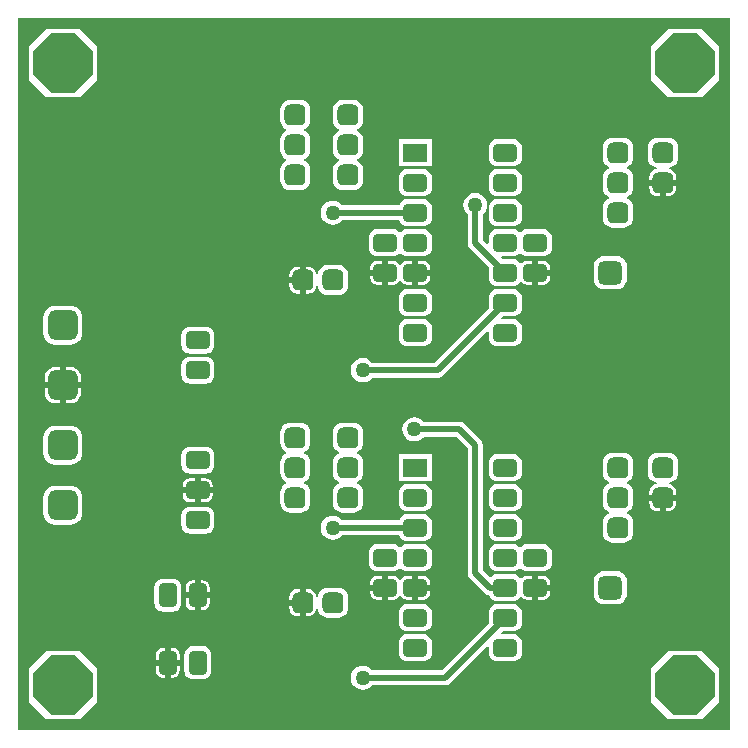
<source format=gtl>
G04 Layer_Physical_Order=1*
G04 Layer_Color=255*
%FSLAX25Y25*%
%MOIN*%
G70*
G01*
G75*
%ADD10C,0.02000*%
G04:AMPARAMS|DCode=11|XSize=70mil|YSize=70mil|CornerRadius=17.5mil|HoleSize=0mil|Usage=FLASHONLY|Rotation=90.000|XOffset=0mil|YOffset=0mil|HoleType=Round|Shape=RoundedRectangle|*
%AMROUNDEDRECTD11*
21,1,0.07000,0.03500,0,0,90.0*
21,1,0.03500,0.07000,0,0,90.0*
1,1,0.03500,0.01750,0.01750*
1,1,0.03500,0.01750,-0.01750*
1,1,0.03500,-0.01750,-0.01750*
1,1,0.03500,-0.01750,0.01750*
%
%ADD11ROUNDEDRECTD11*%
G04:AMPARAMS|DCode=12|XSize=100mil|YSize=100mil|CornerRadius=25mil|HoleSize=0mil|Usage=FLASHONLY|Rotation=90.000|XOffset=0mil|YOffset=0mil|HoleType=Round|Shape=RoundedRectangle|*
%AMROUNDEDRECTD12*
21,1,0.10000,0.05000,0,0,90.0*
21,1,0.05000,0.10000,0,0,90.0*
1,1,0.05000,0.02500,0.02500*
1,1,0.05000,0.02500,-0.02500*
1,1,0.05000,-0.02500,-0.02500*
1,1,0.05000,-0.02500,0.02500*
%
%ADD12ROUNDEDRECTD12*%
G04:AMPARAMS|DCode=13|XSize=60mil|YSize=80mil|CornerRadius=15mil|HoleSize=0mil|Usage=FLASHONLY|Rotation=270.000|XOffset=0mil|YOffset=0mil|HoleType=Round|Shape=RoundedRectangle|*
%AMROUNDEDRECTD13*
21,1,0.06000,0.05000,0,0,270.0*
21,1,0.03000,0.08000,0,0,270.0*
1,1,0.03000,-0.02500,-0.01500*
1,1,0.03000,-0.02500,0.01500*
1,1,0.03000,0.02500,0.01500*
1,1,0.03000,0.02500,-0.01500*
%
%ADD13ROUNDEDRECTD13*%
G04:AMPARAMS|DCode=14|XSize=70mil|YSize=70mil|CornerRadius=17.5mil|HoleSize=0mil|Usage=FLASHONLY|Rotation=180.000|XOffset=0mil|YOffset=0mil|HoleType=Round|Shape=RoundedRectangle|*
%AMROUNDEDRECTD14*
21,1,0.07000,0.03500,0,0,180.0*
21,1,0.03500,0.07000,0,0,180.0*
1,1,0.03500,-0.01750,0.01750*
1,1,0.03500,0.01750,0.01750*
1,1,0.03500,0.01750,-0.01750*
1,1,0.03500,-0.01750,-0.01750*
%
%ADD14ROUNDEDRECTD14*%
G04:AMPARAMS|DCode=15|XSize=60mil|YSize=80mil|CornerRadius=15mil|HoleSize=0mil|Usage=FLASHONLY|Rotation=180.000|XOffset=0mil|YOffset=0mil|HoleType=Round|Shape=RoundedRectangle|*
%AMROUNDEDRECTD15*
21,1,0.06000,0.05000,0,0,180.0*
21,1,0.03000,0.08000,0,0,180.0*
1,1,0.03000,-0.01500,0.02500*
1,1,0.03000,0.01500,0.02500*
1,1,0.03000,0.01500,-0.02500*
1,1,0.03000,-0.01500,-0.02500*
%
%ADD15ROUNDEDRECTD15*%
G04:AMPARAMS|DCode=16|XSize=80mil|YSize=80mil|CornerRadius=20mil|HoleSize=0mil|Usage=FLASHONLY|Rotation=0.000|XOffset=0mil|YOffset=0mil|HoleType=Round|Shape=RoundedRectangle|*
%AMROUNDEDRECTD16*
21,1,0.08000,0.04000,0,0,0.0*
21,1,0.04000,0.08000,0,0,0.0*
1,1,0.04000,0.02000,-0.02000*
1,1,0.04000,-0.02000,-0.02000*
1,1,0.04000,-0.02000,0.02000*
1,1,0.04000,0.02000,0.02000*
%
%ADD16ROUNDEDRECTD16*%
%ADD17P,0.21307X8X22.5*%
%ADD18R,0.08000X0.06000*%
G04:AMPARAMS|DCode=19|XSize=80mil|YSize=60mil|CornerRadius=15mil|HoleSize=0mil|Usage=FLASHONLY|Rotation=0.000|XOffset=0mil|YOffset=0mil|HoleType=Round|Shape=RoundedRectangle|*
%AMROUNDEDRECTD19*
21,1,0.08000,0.03000,0,0,0.0*
21,1,0.05000,0.06000,0,0,0.0*
1,1,0.03000,0.02500,-0.01500*
1,1,0.03000,-0.02500,-0.01500*
1,1,0.03000,-0.02500,0.01500*
1,1,0.03000,0.02500,0.01500*
%
%ADD19ROUNDEDRECTD19*%
%ADD20C,0.05000*%
G36*
X237500Y0D02*
X0D01*
Y237500D01*
X237500D01*
Y0D01*
D02*
G37*
%LPC*%
G36*
X125000Y62026D02*
X120000D01*
X119217Y61923D01*
X118487Y61621D01*
X117860Y61140D01*
X117379Y60513D01*
X117077Y59784D01*
X116974Y59000D01*
Y56000D01*
X117077Y55217D01*
X117379Y54487D01*
X117860Y53861D01*
X118487Y53380D01*
X119217Y53078D01*
X120000Y52974D01*
X125000D01*
X125783Y53078D01*
X126513Y53380D01*
X127140Y53861D01*
X127250Y54004D01*
X127750D01*
X127860Y53860D01*
X128487Y53379D01*
X129217Y53077D01*
X130000Y52974D01*
X135000D01*
X135783Y53077D01*
X136513Y53379D01*
X137140Y53860D01*
X137620Y54487D01*
X137923Y55217D01*
X138026Y56000D01*
Y59000D01*
X137923Y59783D01*
X137620Y60513D01*
X137140Y61140D01*
X136513Y61620D01*
X135783Y61923D01*
X135000Y62026D01*
X130000D01*
X129217Y61923D01*
X128487Y61620D01*
X127860Y61140D01*
X127750Y60996D01*
X127250D01*
X127140Y61140D01*
X126513Y61621D01*
X125783Y61923D01*
X125000Y62026D01*
D02*
G37*
G36*
X131500Y51549D02*
X130000D01*
X129025Y51355D01*
X128198Y50802D01*
X127784Y50184D01*
X127216D01*
X126802Y50802D01*
X125976Y51355D01*
X125000Y51549D01*
X123500D01*
Y47500D01*
Y43451D01*
X125000D01*
X125976Y43645D01*
X126802Y44198D01*
X127216Y44816D01*
X127784D01*
X128198Y44198D01*
X129025Y43645D01*
X130000Y43451D01*
X131500D01*
Y47500D01*
Y51549D01*
D02*
G37*
G36*
X175000Y62026D02*
X170000D01*
X169217Y61923D01*
X168487Y61621D01*
X167860Y61140D01*
X167750Y60996D01*
X167250D01*
X167140Y61140D01*
X166513Y61620D01*
X165783Y61923D01*
X165000Y62026D01*
X160000D01*
X159217Y61923D01*
X158487Y61620D01*
X157860Y61140D01*
X157379Y60513D01*
X157077Y59783D01*
X156974Y59000D01*
Y56000D01*
X157077Y55217D01*
X157379Y54487D01*
X157860Y53860D01*
X158487Y53379D01*
X159217Y53077D01*
X160000Y52974D01*
X165000D01*
X165783Y53077D01*
X166513Y53379D01*
X167140Y53860D01*
X167250Y54004D01*
X167750D01*
X167860Y53861D01*
X168487Y53380D01*
X169217Y53078D01*
X170000Y52974D01*
X175000D01*
X175783Y53078D01*
X176513Y53380D01*
X177140Y53861D01*
X177620Y54487D01*
X177923Y55217D01*
X178026Y56000D01*
Y59000D01*
X177923Y59784D01*
X177620Y60513D01*
X177140Y61140D01*
X176513Y61621D01*
X175783Y61923D01*
X175000Y62026D01*
D02*
G37*
G36*
X165000Y72026D02*
X160000D01*
X159217Y71923D01*
X158487Y71621D01*
X157860Y71140D01*
X157379Y70513D01*
X157077Y69783D01*
X156974Y69000D01*
Y66000D01*
X157077Y65217D01*
X157379Y64487D01*
X157860Y63860D01*
X158487Y63380D01*
X159217Y63077D01*
X160000Y62974D01*
X165000D01*
X165783Y63077D01*
X166513Y63380D01*
X167140Y63860D01*
X167621Y64487D01*
X167923Y65217D01*
X168026Y66000D01*
Y69000D01*
X167923Y69783D01*
X167621Y70513D01*
X167140Y71140D01*
X166513Y71621D01*
X165783Y71923D01*
X165000Y72026D01*
D02*
G37*
G36*
X201750Y92528D02*
X198250D01*
X197402Y92416D01*
X196611Y92089D01*
X195932Y91568D01*
X195411Y90889D01*
X195084Y90098D01*
X194972Y89250D01*
Y85750D01*
X195084Y84902D01*
X195411Y84111D01*
X195932Y83432D01*
X196611Y82911D01*
X196950Y82771D01*
Y82229D01*
X196611Y82089D01*
X195932Y81568D01*
X195411Y80889D01*
X195084Y80098D01*
X194972Y79250D01*
Y75750D01*
X195084Y74902D01*
X195411Y74111D01*
X195932Y73432D01*
X196611Y72911D01*
X196950Y72771D01*
Y72229D01*
X196611Y72089D01*
X195932Y71568D01*
X195411Y70889D01*
X195084Y70098D01*
X194972Y69250D01*
Y65750D01*
X195084Y64902D01*
X195411Y64111D01*
X195932Y63432D01*
X196611Y62911D01*
X197402Y62584D01*
X198250Y62472D01*
X201750D01*
X202598Y62584D01*
X203389Y62911D01*
X204068Y63432D01*
X204589Y64111D01*
X204916Y64902D01*
X205028Y65750D01*
Y69250D01*
X204916Y70098D01*
X204589Y70889D01*
X204068Y71568D01*
X203389Y72089D01*
X203050Y72229D01*
Y72771D01*
X203389Y72911D01*
X204068Y73432D01*
X204589Y74111D01*
X204916Y74902D01*
X205028Y75750D01*
Y79250D01*
X204916Y80098D01*
X204589Y80889D01*
X204068Y81568D01*
X203389Y82089D01*
X203050Y82229D01*
Y82771D01*
X203389Y82911D01*
X204068Y83432D01*
X204589Y84111D01*
X204916Y84902D01*
X205028Y85750D01*
Y89250D01*
X204916Y90098D01*
X204589Y90889D01*
X204068Y91568D01*
X203389Y92089D01*
X202598Y92416D01*
X201750Y92528D01*
D02*
G37*
G36*
X61500Y50049D02*
X61000D01*
Y46000D01*
X64049D01*
Y47500D01*
X63855Y48476D01*
X63302Y49302D01*
X62476Y49855D01*
X61500Y50049D01*
D02*
G37*
G36*
X59000D02*
X58500D01*
X57525Y49855D01*
X56698Y49302D01*
X56145Y48476D01*
X55951Y47500D01*
Y46000D01*
X59000D01*
Y50049D01*
D02*
G37*
G36*
X121500Y51549D02*
X120000D01*
X119025Y51355D01*
X118198Y50802D01*
X117645Y49975D01*
X117451Y49000D01*
Y48500D01*
X121500D01*
Y51549D01*
D02*
G37*
G36*
X175000D02*
X173500D01*
Y48500D01*
X177549D01*
Y49000D01*
X177355Y49975D01*
X176802Y50802D01*
X175976Y51355D01*
X175000Y51549D01*
D02*
G37*
G36*
X135000D02*
X133500D01*
Y48500D01*
X137549D01*
Y49000D01*
X137355Y49975D01*
X136802Y50802D01*
X135976Y51355D01*
X135000Y51549D01*
D02*
G37*
G36*
X62500Y74526D02*
X57500D01*
X56717Y74423D01*
X55987Y74120D01*
X55360Y73640D01*
X54879Y73013D01*
X54577Y72283D01*
X54474Y71500D01*
Y68500D01*
X54577Y67717D01*
X54879Y66987D01*
X55360Y66360D01*
X55987Y65879D01*
X56717Y65577D01*
X57500Y65474D01*
X62500D01*
X63283Y65577D01*
X64013Y65879D01*
X64640Y66360D01*
X65121Y66987D01*
X65423Y67717D01*
X65526Y68500D01*
Y71500D01*
X65423Y72283D01*
X65121Y73013D01*
X64640Y73640D01*
X64013Y74120D01*
X63283Y74423D01*
X62500Y74526D01*
D02*
G37*
G36*
X214000Y76500D02*
X210476D01*
Y75750D01*
X210571Y75032D01*
X210848Y74363D01*
X211289Y73789D01*
X211863Y73348D01*
X212532Y73071D01*
X213250Y72976D01*
X214000D01*
Y76500D01*
D02*
G37*
G36*
X165000Y82026D02*
X160000D01*
X159217Y81923D01*
X158487Y81621D01*
X157860Y81140D01*
X157379Y80513D01*
X157077Y79783D01*
X156974Y79000D01*
Y76000D01*
X157077Y75217D01*
X157379Y74487D01*
X157860Y73860D01*
X158487Y73379D01*
X159217Y73077D01*
X160000Y72974D01*
X165000D01*
X165783Y73077D01*
X166513Y73379D01*
X167140Y73860D01*
X167621Y74487D01*
X167923Y75217D01*
X168026Y76000D01*
Y79000D01*
X167923Y79783D01*
X167621Y80513D01*
X167140Y81140D01*
X166513Y81621D01*
X165783Y81923D01*
X165000Y82026D01*
D02*
G37*
G36*
X219524Y76500D02*
X216000D01*
Y72976D01*
X216750D01*
X217468Y73071D01*
X218137Y73348D01*
X218711Y73789D01*
X219152Y74363D01*
X219429Y75032D01*
X219524Y75750D01*
Y76500D01*
D02*
G37*
G36*
X65049Y79000D02*
X61000D01*
Y75951D01*
X62500D01*
X63476Y76145D01*
X64302Y76698D01*
X64855Y77525D01*
X65049Y78500D01*
Y79000D01*
D02*
G37*
G36*
X59000D02*
X54951D01*
Y78500D01*
X55145Y77525D01*
X55698Y76698D01*
X56524Y76145D01*
X57500Y75951D01*
X59000D01*
Y79000D01*
D02*
G37*
G36*
X135000Y72026D02*
X130000D01*
X129217Y71923D01*
X128487Y71621D01*
X127860Y71140D01*
X127380Y70513D01*
X127187Y70049D01*
X108086D01*
X107853Y70353D01*
X107017Y70994D01*
X106044Y71397D01*
X105000Y71535D01*
X103956Y71397D01*
X102983Y70994D01*
X102147Y70353D01*
X101506Y69517D01*
X101103Y68544D01*
X100965Y67500D01*
X101103Y66456D01*
X101506Y65483D01*
X102147Y64647D01*
X102983Y64006D01*
X103956Y63603D01*
X105000Y63465D01*
X106044Y63603D01*
X107017Y64006D01*
X107853Y64647D01*
X108086Y64951D01*
X127187D01*
X127380Y64487D01*
X127860Y63860D01*
X128487Y63380D01*
X129217Y63077D01*
X130000Y62974D01*
X135000D01*
X135783Y63077D01*
X136513Y63380D01*
X137140Y63860D01*
X137620Y64487D01*
X137923Y65217D01*
X138026Y66000D01*
Y69000D01*
X137923Y69783D01*
X137620Y70513D01*
X137140Y71140D01*
X136513Y71621D01*
X135783Y71923D01*
X135000Y72026D01*
D02*
G37*
G36*
X17500Y81534D02*
X12500D01*
X11456Y81397D01*
X10483Y80994D01*
X9647Y80353D01*
X9006Y79517D01*
X8603Y78544D01*
X8466Y77500D01*
Y72500D01*
X8603Y71456D01*
X9006Y70483D01*
X9647Y69647D01*
X10483Y69006D01*
X11456Y68603D01*
X12500Y68466D01*
X17500D01*
X18544Y68603D01*
X19517Y69006D01*
X20353Y69647D01*
X20994Y70483D01*
X21397Y71456D01*
X21534Y72500D01*
Y77500D01*
X21397Y78544D01*
X20994Y79517D01*
X20353Y80353D01*
X19517Y80994D01*
X18544Y81397D01*
X17500Y81534D01*
D02*
G37*
G36*
X94250Y102528D02*
X90750D01*
X89902Y102416D01*
X89111Y102089D01*
X88432Y101568D01*
X87911Y100889D01*
X87584Y100098D01*
X87472Y99250D01*
Y95750D01*
X87584Y94902D01*
X87911Y94111D01*
X88432Y93432D01*
X89111Y92911D01*
X89450Y92771D01*
Y92229D01*
X89111Y92089D01*
X88432Y91568D01*
X87911Y90889D01*
X87584Y90098D01*
X87472Y89250D01*
Y85750D01*
X87584Y84902D01*
X87911Y84111D01*
X88432Y83432D01*
X89111Y82911D01*
X89450Y82771D01*
Y82229D01*
X89111Y82089D01*
X88432Y81568D01*
X87911Y80889D01*
X87584Y80098D01*
X87472Y79250D01*
Y75750D01*
X87584Y74902D01*
X87911Y74111D01*
X88432Y73432D01*
X89111Y72911D01*
X89902Y72584D01*
X90750Y72472D01*
X94250D01*
X95098Y72584D01*
X95889Y72911D01*
X96568Y73432D01*
X97089Y74111D01*
X97416Y74902D01*
X97528Y75750D01*
Y79250D01*
X97416Y80098D01*
X97089Y80889D01*
X96568Y81568D01*
X95889Y82089D01*
X95550Y82229D01*
Y82771D01*
X95889Y82911D01*
X96568Y83432D01*
X97089Y84111D01*
X97416Y84902D01*
X97528Y85750D01*
Y89250D01*
X97416Y90098D01*
X97089Y90889D01*
X96568Y91568D01*
X95889Y92089D01*
X95550Y92229D01*
Y92771D01*
X95889Y92911D01*
X96568Y93432D01*
X97089Y94111D01*
X97416Y94902D01*
X97528Y95750D01*
Y99250D01*
X97416Y100098D01*
X97089Y100889D01*
X96568Y101568D01*
X95889Y102089D01*
X95098Y102416D01*
X94250Y102528D01*
D02*
G37*
G36*
X135000Y82026D02*
X130000D01*
X129217Y81923D01*
X128487Y81621D01*
X127860Y81140D01*
X127380Y80513D01*
X127077Y79783D01*
X126974Y79000D01*
Y76000D01*
X127077Y75217D01*
X127380Y74487D01*
X127860Y73860D01*
X128487Y73379D01*
X129217Y73077D01*
X130000Y72974D01*
X135000D01*
X135783Y73077D01*
X136513Y73379D01*
X137140Y73860D01*
X137620Y74487D01*
X137923Y75217D01*
X138026Y76000D01*
Y79000D01*
X137923Y79783D01*
X137620Y80513D01*
X137140Y81140D01*
X136513Y81621D01*
X135783Y81923D01*
X135000Y82026D01*
D02*
G37*
G36*
X111750Y102528D02*
X108250D01*
X107402Y102416D01*
X106611Y102089D01*
X105932Y101568D01*
X105411Y100889D01*
X105084Y100098D01*
X104972Y99250D01*
Y95750D01*
X105084Y94902D01*
X105411Y94111D01*
X105932Y93432D01*
X106611Y92911D01*
X106950Y92771D01*
Y92229D01*
X106611Y92089D01*
X105932Y91568D01*
X105411Y90889D01*
X105084Y90098D01*
X104972Y89250D01*
Y85750D01*
X105084Y84902D01*
X105411Y84111D01*
X105932Y83432D01*
X106611Y82911D01*
X106950Y82771D01*
Y82229D01*
X106611Y82089D01*
X105932Y81568D01*
X105411Y80889D01*
X105084Y80098D01*
X104972Y79250D01*
Y75750D01*
X105084Y74902D01*
X105411Y74111D01*
X105932Y73432D01*
X106611Y72911D01*
X107402Y72584D01*
X108250Y72472D01*
X111750D01*
X112598Y72584D01*
X113389Y72911D01*
X114068Y73432D01*
X114589Y74111D01*
X114916Y74902D01*
X115028Y75750D01*
Y79250D01*
X114916Y80098D01*
X114589Y80889D01*
X114068Y81568D01*
X113389Y82089D01*
X113050Y82229D01*
Y82771D01*
X113389Y82911D01*
X114068Y83432D01*
X114589Y84111D01*
X114916Y84902D01*
X115028Y85750D01*
Y89250D01*
X114916Y90098D01*
X114589Y90889D01*
X114068Y91568D01*
X113389Y92089D01*
X113050Y92229D01*
Y92771D01*
X113389Y92911D01*
X114068Y93432D01*
X114589Y94111D01*
X114916Y94902D01*
X115028Y95750D01*
Y99250D01*
X114916Y100098D01*
X114589Y100889D01*
X114068Y101568D01*
X113389Y102089D01*
X112598Y102416D01*
X111750Y102528D01*
D02*
G37*
G36*
X165000Y42026D02*
X160000D01*
X159217Y41923D01*
X158487Y41620D01*
X157860Y41140D01*
X157379Y40513D01*
X157077Y39783D01*
X156974Y39000D01*
Y36000D01*
X157023Y35628D01*
X141444Y20049D01*
X118086D01*
X117853Y20353D01*
X117017Y20994D01*
X116044Y21397D01*
X115000Y21534D01*
X113956Y21397D01*
X112983Y20994D01*
X112147Y20353D01*
X111506Y19517D01*
X111103Y18544D01*
X110966Y17500D01*
X111103Y16456D01*
X111506Y15483D01*
X112147Y14647D01*
X112983Y14006D01*
X113956Y13603D01*
X115000Y13465D01*
X116044Y13603D01*
X117017Y14006D01*
X117853Y14647D01*
X118086Y14951D01*
X142500D01*
X143475Y15145D01*
X144302Y15698D01*
X156512Y27907D01*
X156974Y27716D01*
Y26000D01*
X157077Y25217D01*
X157379Y24487D01*
X157860Y23860D01*
X158487Y23380D01*
X159217Y23077D01*
X160000Y22974D01*
X165000D01*
X165783Y23077D01*
X166513Y23380D01*
X167140Y23860D01*
X167621Y24487D01*
X167923Y25217D01*
X168026Y26000D01*
Y29000D01*
X167923Y29783D01*
X167621Y30513D01*
X167140Y31140D01*
X166513Y31620D01*
X165783Y31923D01*
X165000Y32026D01*
X161284D01*
X161093Y32488D01*
X161579Y32974D01*
X165000D01*
X165783Y33077D01*
X166513Y33380D01*
X167140Y33860D01*
X167621Y34487D01*
X167923Y35217D01*
X168026Y36000D01*
Y39000D01*
X167923Y39783D01*
X167621Y40513D01*
X167140Y41140D01*
X166513Y41620D01*
X165783Y41923D01*
X165000Y42026D01*
D02*
G37*
G36*
X135000Y32026D02*
X130000D01*
X129217Y31923D01*
X128487Y31620D01*
X127860Y31140D01*
X127380Y30513D01*
X127077Y29783D01*
X126974Y29000D01*
Y26000D01*
X127077Y25217D01*
X127380Y24487D01*
X127860Y23860D01*
X128487Y23380D01*
X129217Y23077D01*
X130000Y22974D01*
X135000D01*
X135783Y23077D01*
X136513Y23380D01*
X137140Y23860D01*
X137620Y24487D01*
X137923Y25217D01*
X138026Y26000D01*
Y29000D01*
X137923Y29783D01*
X137620Y30513D01*
X137140Y31140D01*
X136513Y31620D01*
X135783Y31923D01*
X135000Y32026D01*
D02*
G37*
G36*
X49000Y27549D02*
X48500D01*
X47524Y27355D01*
X46698Y26802D01*
X46145Y25975D01*
X45951Y25000D01*
Y23500D01*
X49000D01*
Y27549D01*
D02*
G37*
G36*
X135000Y42026D02*
X130000D01*
X129217Y41923D01*
X128487Y41620D01*
X127860Y41140D01*
X127380Y40513D01*
X127077Y39783D01*
X126974Y39000D01*
Y36000D01*
X127077Y35217D01*
X127380Y34487D01*
X127860Y33860D01*
X128487Y33380D01*
X129217Y33077D01*
X130000Y32974D01*
X135000D01*
X135783Y33077D01*
X136513Y33380D01*
X137140Y33860D01*
X137620Y34487D01*
X137923Y35217D01*
X138026Y36000D01*
Y39000D01*
X137923Y39783D01*
X137620Y40513D01*
X137140Y41140D01*
X136513Y41620D01*
X135783Y41923D01*
X135000Y42026D01*
D02*
G37*
G36*
X51500Y27549D02*
X51000D01*
Y23500D01*
X54049D01*
Y25000D01*
X53855Y25975D01*
X53302Y26802D01*
X52476Y27355D01*
X51500Y27549D01*
D02*
G37*
G36*
X228171Y26342D02*
X216829D01*
X211157Y20671D01*
Y9329D01*
X216829Y3658D01*
X228171D01*
X233842Y9329D01*
Y20671D01*
X228171Y26342D01*
D02*
G37*
G36*
X20671D02*
X9329D01*
X3658Y20671D01*
Y9329D01*
X9329Y3658D01*
X20671D01*
X26342Y9329D01*
Y20671D01*
X20671Y26342D01*
D02*
G37*
G36*
X61500Y28026D02*
X58500D01*
X57717Y27923D01*
X56987Y27621D01*
X56360Y27140D01*
X55879Y26513D01*
X55577Y25783D01*
X55474Y25000D01*
Y20000D01*
X55577Y19217D01*
X55879Y18487D01*
X56360Y17860D01*
X56987Y17379D01*
X57717Y17077D01*
X58500Y16974D01*
X61500D01*
X62283Y17077D01*
X63013Y17379D01*
X63640Y17860D01*
X64121Y18487D01*
X64423Y19217D01*
X64526Y20000D01*
Y25000D01*
X64423Y25783D01*
X64121Y26513D01*
X63640Y27140D01*
X63013Y27621D01*
X62283Y27923D01*
X61500Y28026D01*
D02*
G37*
G36*
X54049Y21500D02*
X51000D01*
Y17451D01*
X51500D01*
X52476Y17645D01*
X53302Y18198D01*
X53855Y19025D01*
X54049Y20000D01*
Y21500D01*
D02*
G37*
G36*
X49000D02*
X45951D01*
Y20000D01*
X46145Y19025D01*
X46698Y18198D01*
X47524Y17645D01*
X48500Y17451D01*
X49000D01*
Y21500D01*
D02*
G37*
G36*
X94000Y41500D02*
X90476D01*
Y40750D01*
X90571Y40032D01*
X90848Y39363D01*
X91289Y38789D01*
X91863Y38348D01*
X92532Y38071D01*
X93250Y37976D01*
X94000D01*
Y41500D01*
D02*
G37*
G36*
X132200Y104334D02*
X131156Y104197D01*
X130183Y103794D01*
X129347Y103153D01*
X128706Y102317D01*
X128303Y101344D01*
X128165Y100300D01*
X128303Y99256D01*
X128706Y98283D01*
X129347Y97447D01*
X130183Y96806D01*
X131156Y96403D01*
X132200Y96266D01*
X133244Y96403D01*
X134217Y96806D01*
X135053Y97447D01*
X135286Y97751D01*
X146144D01*
X149951Y93944D01*
Y52500D01*
X150145Y51525D01*
X150698Y50698D01*
X155698Y45698D01*
X156525Y45145D01*
X157159Y45019D01*
X157379Y44487D01*
X157860Y43860D01*
X158487Y43380D01*
X159217Y43077D01*
X160000Y42974D01*
X165000D01*
X165783Y43077D01*
X166513Y43380D01*
X167140Y43860D01*
X167504Y44335D01*
X168072Y44386D01*
X168198Y44198D01*
X169025Y43645D01*
X170000Y43451D01*
X171500D01*
Y47500D01*
Y51549D01*
X170000D01*
X169025Y51355D01*
X168198Y50802D01*
X168072Y50614D01*
X167504Y50665D01*
X167140Y51140D01*
X166513Y51621D01*
X165783Y51923D01*
X165000Y52026D01*
X160000D01*
X159217Y51923D01*
X158487Y51621D01*
X157860Y51140D01*
X157490Y51115D01*
X155049Y53556D01*
Y95000D01*
X154855Y95976D01*
X154302Y96802D01*
X149002Y102102D01*
X148176Y102655D01*
X147200Y102849D01*
X135286D01*
X135053Y103153D01*
X134217Y103794D01*
X133244Y104197D01*
X132200Y104334D01*
D02*
G37*
G36*
X137549Y46500D02*
X133500D01*
Y43451D01*
X135000D01*
X135976Y43645D01*
X136802Y44198D01*
X137355Y45024D01*
X137549Y46000D01*
Y46500D01*
D02*
G37*
G36*
X177549D02*
X173500D01*
Y43451D01*
X175000D01*
X175976Y43645D01*
X176802Y44198D01*
X177355Y45024D01*
X177549Y46000D01*
Y46500D01*
D02*
G37*
G36*
X106750Y47528D02*
X103250D01*
X102402Y47416D01*
X101611Y47089D01*
X100932Y46568D01*
X100411Y45889D01*
X100084Y45098D01*
X100000Y44463D01*
X99496D01*
X99429Y44968D01*
X99152Y45637D01*
X98711Y46211D01*
X98137Y46652D01*
X97468Y46929D01*
X96750Y47024D01*
X96000D01*
Y42500D01*
Y37976D01*
X96750D01*
X97468Y38071D01*
X98137Y38348D01*
X98711Y38789D01*
X99152Y39363D01*
X99429Y40032D01*
X99496Y40537D01*
X100000D01*
X100084Y39902D01*
X100411Y39111D01*
X100932Y38432D01*
X101611Y37911D01*
X102402Y37584D01*
X103250Y37472D01*
X106750D01*
X107598Y37584D01*
X108389Y37911D01*
X109068Y38432D01*
X109589Y39111D01*
X109916Y39902D01*
X110028Y40750D01*
Y44250D01*
X109916Y45098D01*
X109589Y45889D01*
X109068Y46568D01*
X108389Y47089D01*
X107598Y47416D01*
X106750Y47528D01*
D02*
G37*
G36*
X94000Y47024D02*
X93250D01*
X92532Y46929D01*
X91863Y46652D01*
X91289Y46211D01*
X90848Y45637D01*
X90571Y44968D01*
X90476Y44250D01*
Y43500D01*
X94000D01*
Y47024D01*
D02*
G37*
G36*
X59000Y44000D02*
X55951D01*
Y42500D01*
X56145Y41524D01*
X56698Y40698D01*
X57525Y40145D01*
X58500Y39951D01*
X59000D01*
Y44000D01*
D02*
G37*
G36*
X51500Y50526D02*
X48500D01*
X47717Y50423D01*
X46987Y50121D01*
X46360Y49640D01*
X45880Y49013D01*
X45577Y48283D01*
X45474Y47500D01*
Y42500D01*
X45577Y41717D01*
X45880Y40987D01*
X46360Y40360D01*
X46987Y39880D01*
X47717Y39577D01*
X48500Y39474D01*
X51500D01*
X52283Y39577D01*
X53013Y39880D01*
X53640Y40360D01*
X54120Y40987D01*
X54423Y41717D01*
X54526Y42500D01*
Y47500D01*
X54423Y48283D01*
X54120Y49013D01*
X53640Y49640D01*
X53013Y50121D01*
X52283Y50423D01*
X51500Y50526D01*
D02*
G37*
G36*
X64049Y44000D02*
X61000D01*
Y39951D01*
X61500D01*
X62476Y40145D01*
X63302Y40698D01*
X63855Y41524D01*
X64049Y42500D01*
Y44000D01*
D02*
G37*
G36*
X121500Y46500D02*
X117451D01*
Y46000D01*
X117645Y45024D01*
X118198Y44198D01*
X119025Y43645D01*
X120000Y43451D01*
X121500D01*
Y46500D01*
D02*
G37*
G36*
X199500Y53030D02*
X195500D01*
X194586Y52910D01*
X193735Y52557D01*
X193004Y51996D01*
X192443Y51265D01*
X192090Y50414D01*
X191970Y49500D01*
Y45500D01*
X192090Y44586D01*
X192443Y43735D01*
X193004Y43004D01*
X193735Y42443D01*
X194586Y42090D01*
X195500Y41970D01*
X199500D01*
X200414Y42090D01*
X201265Y42443D01*
X201996Y43004D01*
X202557Y43735D01*
X202910Y44586D01*
X203030Y45500D01*
Y49500D01*
X202910Y50414D01*
X202557Y51265D01*
X201996Y51996D01*
X201265Y52557D01*
X200414Y52910D01*
X199500Y53030D01*
D02*
G37*
G36*
X216750Y92528D02*
X213250D01*
X212402Y92416D01*
X211611Y92089D01*
X210932Y91568D01*
X210411Y90889D01*
X210084Y90098D01*
X209972Y89250D01*
Y85750D01*
X210084Y84902D01*
X210411Y84111D01*
X210932Y83432D01*
X211611Y82911D01*
X212402Y82584D01*
X213037Y82500D01*
Y81996D01*
X212532Y81929D01*
X211863Y81652D01*
X211289Y81211D01*
X210848Y80637D01*
X210571Y79968D01*
X210476Y79250D01*
Y78500D01*
X215000D01*
X219524D01*
Y79250D01*
X219429Y79968D01*
X219152Y80637D01*
X218711Y81211D01*
X218137Y81652D01*
X217468Y81929D01*
X216963Y81996D01*
Y82500D01*
X217598Y82584D01*
X218389Y82911D01*
X219068Y83432D01*
X219589Y84111D01*
X219916Y84902D01*
X220028Y85750D01*
Y89250D01*
X219916Y90098D01*
X219589Y90889D01*
X219068Y91568D01*
X218389Y92089D01*
X217598Y92416D01*
X216750Y92528D01*
D02*
G37*
G36*
X135000Y167026D02*
X130000D01*
X129217Y166923D01*
X128487Y166621D01*
X127860Y166140D01*
X127750Y165996D01*
X127250D01*
X127140Y166140D01*
X126513Y166621D01*
X125783Y166923D01*
X125000Y167026D01*
X120000D01*
X119217Y166923D01*
X118487Y166621D01*
X117860Y166140D01*
X117379Y165513D01*
X117077Y164783D01*
X116974Y164000D01*
Y161000D01*
X117077Y160217D01*
X117379Y159487D01*
X117860Y158860D01*
X118487Y158379D01*
X119217Y158077D01*
X120000Y157974D01*
X125000D01*
X125783Y158077D01*
X126513Y158379D01*
X127140Y158860D01*
X127250Y159004D01*
X127750D01*
X127860Y158860D01*
X128487Y158379D01*
X129217Y158077D01*
X130000Y157974D01*
X135000D01*
X135783Y158077D01*
X136513Y158379D01*
X137140Y158860D01*
X137620Y159487D01*
X137923Y160217D01*
X138026Y161000D01*
Y164000D01*
X137923Y164783D01*
X137620Y165513D01*
X137140Y166140D01*
X136513Y166621D01*
X135783Y166923D01*
X135000Y167026D01*
D02*
G37*
G36*
X152500Y179034D02*
X151456Y178897D01*
X150483Y178494D01*
X149647Y177853D01*
X149006Y177017D01*
X148603Y176044D01*
X148466Y175000D01*
X148603Y173956D01*
X149006Y172983D01*
X149647Y172147D01*
X149951Y171914D01*
Y162500D01*
X150145Y161524D01*
X150698Y160698D01*
X157023Y154372D01*
X156974Y154000D01*
Y151000D01*
X157077Y150217D01*
X157379Y149487D01*
X157860Y148860D01*
X158487Y148380D01*
X159217Y148077D01*
X160000Y147974D01*
X165000D01*
X165783Y148077D01*
X166513Y148380D01*
X167140Y148860D01*
X167504Y149335D01*
X168072Y149386D01*
X168198Y149197D01*
X169025Y148645D01*
X170000Y148451D01*
X171500D01*
Y152500D01*
Y156549D01*
X170000D01*
X169025Y156355D01*
X168198Y155802D01*
X168072Y155614D01*
X167504Y155664D01*
X167140Y156140D01*
X166513Y156621D01*
X165783Y156923D01*
X165000Y157026D01*
X161579D01*
X161093Y157512D01*
X161284Y157974D01*
X165000D01*
X165783Y158077D01*
X166513Y158379D01*
X167140Y158860D01*
X167250Y159004D01*
X167750D01*
X167860Y158860D01*
X168487Y158379D01*
X169217Y158077D01*
X170000Y157974D01*
X175000D01*
X175783Y158077D01*
X176513Y158379D01*
X177140Y158860D01*
X177620Y159487D01*
X177923Y160217D01*
X178026Y161000D01*
Y164000D01*
X177923Y164783D01*
X177620Y165513D01*
X177140Y166140D01*
X176513Y166621D01*
X175783Y166923D01*
X175000Y167026D01*
X170000D01*
X169217Y166923D01*
X168487Y166621D01*
X167860Y166140D01*
X167750Y165996D01*
X167250D01*
X167140Y166140D01*
X166513Y166621D01*
X165783Y166923D01*
X165000Y167026D01*
X160000D01*
X159217Y166923D01*
X158487Y166621D01*
X157860Y166140D01*
X157379Y165513D01*
X157077Y164783D01*
X156974Y164000D01*
Y162284D01*
X156512Y162093D01*
X155049Y163556D01*
Y171914D01*
X155353Y172147D01*
X155994Y172983D01*
X156397Y173956D01*
X156535Y175000D01*
X156397Y176044D01*
X155994Y177017D01*
X155353Y177853D01*
X154517Y178494D01*
X153544Y178897D01*
X152500Y179034D01*
D02*
G37*
G36*
X201750Y197528D02*
X198250D01*
X197402Y197416D01*
X196611Y197089D01*
X195932Y196568D01*
X195411Y195889D01*
X195084Y195098D01*
X194972Y194250D01*
Y190750D01*
X195084Y189902D01*
X195411Y189111D01*
X195932Y188432D01*
X196611Y187911D01*
X196950Y187771D01*
Y187229D01*
X196611Y187089D01*
X195932Y186568D01*
X195411Y185889D01*
X195084Y185098D01*
X194972Y184250D01*
Y180750D01*
X195084Y179902D01*
X195411Y179111D01*
X195932Y178432D01*
X196611Y177911D01*
X196950Y177771D01*
Y177229D01*
X196611Y177089D01*
X195932Y176568D01*
X195411Y175889D01*
X195084Y175098D01*
X194972Y174250D01*
Y170750D01*
X195084Y169902D01*
X195411Y169111D01*
X195932Y168432D01*
X196611Y167911D01*
X197402Y167584D01*
X198250Y167472D01*
X201750D01*
X202598Y167584D01*
X203389Y167911D01*
X204068Y168432D01*
X204589Y169111D01*
X204916Y169902D01*
X205028Y170750D01*
Y174250D01*
X204916Y175098D01*
X204589Y175889D01*
X204068Y176568D01*
X203389Y177089D01*
X203050Y177229D01*
Y177771D01*
X203389Y177911D01*
X204068Y178432D01*
X204589Y179111D01*
X204916Y179902D01*
X205028Y180750D01*
Y184250D01*
X204916Y185098D01*
X204589Y185889D01*
X204068Y186568D01*
X203389Y187089D01*
X203050Y187229D01*
Y187771D01*
X203389Y187911D01*
X204068Y188432D01*
X204589Y189111D01*
X204916Y189902D01*
X205028Y190750D01*
Y194250D01*
X204916Y195098D01*
X204589Y195889D01*
X204068Y196568D01*
X203389Y197089D01*
X202598Y197416D01*
X201750Y197528D01*
D02*
G37*
G36*
X135000Y177026D02*
X130000D01*
X129217Y176923D01*
X128487Y176620D01*
X127860Y176140D01*
X127380Y175513D01*
X127187Y175049D01*
X108086D01*
X107853Y175353D01*
X107017Y175994D01*
X106044Y176397D01*
X105000Y176534D01*
X103956Y176397D01*
X102983Y175994D01*
X102147Y175353D01*
X101506Y174517D01*
X101103Y173544D01*
X100965Y172500D01*
X101103Y171456D01*
X101506Y170483D01*
X102147Y169647D01*
X102983Y169006D01*
X103956Y168603D01*
X105000Y168465D01*
X106044Y168603D01*
X107017Y169006D01*
X107853Y169647D01*
X108086Y169951D01*
X127187D01*
X127380Y169487D01*
X127860Y168860D01*
X128487Y168379D01*
X129217Y168077D01*
X130000Y167974D01*
X135000D01*
X135783Y168077D01*
X136513Y168379D01*
X137140Y168860D01*
X137620Y169487D01*
X137923Y170217D01*
X138026Y171000D01*
Y174000D01*
X137923Y174783D01*
X137620Y175513D01*
X137140Y176140D01*
X136513Y176620D01*
X135783Y176923D01*
X135000Y177026D01*
D02*
G37*
G36*
X165000D02*
X160000D01*
X159217Y176923D01*
X158487Y176620D01*
X157860Y176140D01*
X157379Y175513D01*
X157077Y174783D01*
X156974Y174000D01*
Y171000D01*
X157077Y170217D01*
X157379Y169487D01*
X157860Y168860D01*
X158487Y168379D01*
X159217Y168077D01*
X160000Y167974D01*
X165000D01*
X165783Y168077D01*
X166513Y168379D01*
X167140Y168860D01*
X167621Y169487D01*
X167923Y170217D01*
X168026Y171000D01*
Y174000D01*
X167923Y174783D01*
X167621Y175513D01*
X167140Y176140D01*
X166513Y176620D01*
X165783Y176923D01*
X165000Y177026D01*
D02*
G37*
G36*
X121500Y156549D02*
X120000D01*
X119025Y156355D01*
X118198Y155802D01*
X117645Y154975D01*
X117451Y154000D01*
Y153500D01*
X121500D01*
Y156549D01*
D02*
G37*
G36*
X106750Y155028D02*
X103250D01*
X102402Y154916D01*
X101611Y154589D01*
X100932Y154068D01*
X100411Y153389D01*
X100084Y152598D01*
X100000Y151963D01*
X99496D01*
X99429Y152468D01*
X99152Y153137D01*
X98711Y153711D01*
X98137Y154152D01*
X97468Y154429D01*
X96750Y154524D01*
X96000D01*
Y150000D01*
Y145476D01*
X96750D01*
X97468Y145571D01*
X98137Y145848D01*
X98711Y146289D01*
X99152Y146863D01*
X99429Y147532D01*
X99496Y148037D01*
X100000D01*
X100084Y147402D01*
X100411Y146611D01*
X100932Y145932D01*
X101611Y145411D01*
X102402Y145084D01*
X103250Y144972D01*
X106750D01*
X107598Y145084D01*
X108389Y145411D01*
X109068Y145932D01*
X109589Y146611D01*
X109916Y147402D01*
X110028Y148250D01*
Y151750D01*
X109916Y152598D01*
X109589Y153389D01*
X109068Y154068D01*
X108389Y154589D01*
X107598Y154916D01*
X106750Y155028D01*
D02*
G37*
G36*
X175000Y156549D02*
X173500D01*
Y153500D01*
X177549D01*
Y154000D01*
X177355Y154975D01*
X176802Y155802D01*
X175976Y156355D01*
X175000Y156549D01*
D02*
G37*
G36*
X131500Y156549D02*
X130000D01*
X129025Y156355D01*
X128198Y155802D01*
X127784Y155184D01*
X127216Y155184D01*
X126802Y155802D01*
X125976Y156355D01*
X125000Y156549D01*
X123500D01*
Y152500D01*
Y148451D01*
X125000D01*
X125976Y148645D01*
X126802Y149197D01*
X127216Y149816D01*
X127785Y149816D01*
X128198Y149198D01*
X129025Y148645D01*
X130000Y148451D01*
X131500D01*
Y152500D01*
Y156549D01*
D02*
G37*
G36*
X135000D02*
X133500D01*
Y153500D01*
X137549D01*
Y154000D01*
X137355Y154975D01*
X136802Y155802D01*
X135976Y156355D01*
X135000Y156549D01*
D02*
G37*
G36*
Y187026D02*
X130000D01*
X129217Y186923D01*
X128487Y186620D01*
X127860Y186140D01*
X127380Y185513D01*
X127077Y184783D01*
X126974Y184000D01*
Y181000D01*
X127077Y180217D01*
X127380Y179487D01*
X127860Y178860D01*
X128487Y178379D01*
X129217Y178077D01*
X130000Y177974D01*
X135000D01*
X135783Y178077D01*
X136513Y178379D01*
X137140Y178860D01*
X137620Y179487D01*
X137923Y180217D01*
X138026Y181000D01*
Y184000D01*
X137923Y184783D01*
X137620Y185513D01*
X137140Y186140D01*
X136513Y186620D01*
X135783Y186923D01*
X135000Y187026D01*
D02*
G37*
G36*
X165000Y197026D02*
X160000D01*
X159217Y196923D01*
X158487Y196621D01*
X157860Y196140D01*
X157379Y195513D01*
X157077Y194783D01*
X156974Y194000D01*
Y191000D01*
X157077Y190217D01*
X157379Y189487D01*
X157860Y188860D01*
X158487Y188380D01*
X159217Y188077D01*
X160000Y187974D01*
X165000D01*
X165783Y188077D01*
X166513Y188380D01*
X167140Y188860D01*
X167621Y189487D01*
X167923Y190217D01*
X168026Y191000D01*
Y194000D01*
X167923Y194783D01*
X167621Y195513D01*
X167140Y196140D01*
X166513Y196621D01*
X165783Y196923D01*
X165000Y197026D01*
D02*
G37*
G36*
X216750Y197528D02*
X213250D01*
X212402Y197416D01*
X211611Y197089D01*
X210932Y196568D01*
X210411Y195889D01*
X210084Y195098D01*
X209972Y194250D01*
Y190750D01*
X210084Y189902D01*
X210411Y189111D01*
X210932Y188432D01*
X211611Y187911D01*
X212402Y187584D01*
X213037Y187500D01*
Y186996D01*
X212532Y186929D01*
X211863Y186652D01*
X211289Y186211D01*
X210848Y185637D01*
X210571Y184968D01*
X210476Y184250D01*
Y183500D01*
X215000D01*
X219524D01*
Y184250D01*
X219429Y184968D01*
X219152Y185637D01*
X218711Y186211D01*
X218137Y186652D01*
X217468Y186929D01*
X216963Y186996D01*
Y187500D01*
X217598Y187584D01*
X218389Y187911D01*
X219068Y188432D01*
X219589Y189111D01*
X219916Y189902D01*
X220028Y190750D01*
Y194250D01*
X219916Y195098D01*
X219589Y195889D01*
X219068Y196568D01*
X218389Y197089D01*
X217598Y197416D01*
X216750Y197528D01*
D02*
G37*
G36*
X138000Y197000D02*
X127000D01*
Y188000D01*
X138000D01*
Y197000D01*
D02*
G37*
G36*
X228171Y233842D02*
X216829D01*
X211157Y228171D01*
Y216829D01*
X216829Y211157D01*
X228171D01*
X233842Y216829D01*
Y228171D01*
X228171Y233842D01*
D02*
G37*
G36*
X20671D02*
X9329D01*
X3658Y228171D01*
Y216829D01*
X9329Y211157D01*
X20671D01*
X26342Y216829D01*
Y228171D01*
X20671Y233842D01*
D02*
G37*
G36*
X214000Y181500D02*
X210476D01*
Y180750D01*
X210571Y180032D01*
X210848Y179363D01*
X211289Y178789D01*
X211863Y178348D01*
X212532Y178071D01*
X213250Y177976D01*
X214000D01*
Y181500D01*
D02*
G37*
G36*
X165000Y187026D02*
X160000D01*
X159217Y186923D01*
X158487Y186620D01*
X157860Y186140D01*
X157379Y185513D01*
X157077Y184783D01*
X156974Y184000D01*
Y181000D01*
X157077Y180217D01*
X157379Y179487D01*
X157860Y178860D01*
X158487Y178379D01*
X159217Y178077D01*
X160000Y177974D01*
X165000D01*
X165783Y178077D01*
X166513Y178379D01*
X167140Y178860D01*
X167621Y179487D01*
X167923Y180217D01*
X168026Y181000D01*
Y184000D01*
X167923Y184783D01*
X167621Y185513D01*
X167140Y186140D01*
X166513Y186620D01*
X165783Y186923D01*
X165000Y187026D01*
D02*
G37*
G36*
X219524Y181500D02*
X216000D01*
Y177976D01*
X216750D01*
X217468Y178071D01*
X218137Y178348D01*
X218711Y178789D01*
X219152Y179363D01*
X219429Y180032D01*
X219524Y180750D01*
Y181500D01*
D02*
G37*
G36*
X111750Y210028D02*
X108250D01*
X107402Y209916D01*
X106611Y209589D01*
X105932Y209068D01*
X105411Y208389D01*
X105084Y207598D01*
X104972Y206750D01*
Y203250D01*
X105084Y202402D01*
X105411Y201611D01*
X105932Y200932D01*
X106611Y200411D01*
X106950Y200271D01*
Y199729D01*
X106611Y199589D01*
X105932Y199068D01*
X105411Y198389D01*
X105084Y197598D01*
X104972Y196750D01*
Y193250D01*
X105084Y192402D01*
X105411Y191611D01*
X105932Y190932D01*
X106611Y190411D01*
X106950Y190271D01*
Y189729D01*
X106611Y189589D01*
X105932Y189068D01*
X105411Y188389D01*
X105084Y187598D01*
X104972Y186750D01*
Y183250D01*
X105084Y182402D01*
X105411Y181611D01*
X105932Y180932D01*
X106611Y180411D01*
X107402Y180084D01*
X108250Y179972D01*
X111750D01*
X112598Y180084D01*
X113389Y180411D01*
X114068Y180932D01*
X114589Y181611D01*
X114916Y182402D01*
X115028Y183250D01*
Y186750D01*
X114916Y187598D01*
X114589Y188389D01*
X114068Y189068D01*
X113389Y189589D01*
X113050Y189729D01*
Y190271D01*
X113389Y190411D01*
X114068Y190932D01*
X114589Y191611D01*
X114916Y192402D01*
X115028Y193250D01*
Y196750D01*
X114916Y197598D01*
X114589Y198389D01*
X114068Y199068D01*
X113389Y199589D01*
X113050Y199729D01*
Y200271D01*
X113389Y200411D01*
X114068Y200932D01*
X114589Y201611D01*
X114916Y202402D01*
X115028Y203250D01*
Y206750D01*
X114916Y207598D01*
X114589Y208389D01*
X114068Y209068D01*
X113389Y209589D01*
X112598Y209916D01*
X111750Y210028D01*
D02*
G37*
G36*
X94250D02*
X90750D01*
X89902Y209916D01*
X89111Y209589D01*
X88432Y209068D01*
X87911Y208389D01*
X87584Y207598D01*
X87472Y206750D01*
Y203250D01*
X87584Y202402D01*
X87911Y201611D01*
X88432Y200932D01*
X89111Y200411D01*
X89450Y200271D01*
Y199729D01*
X89111Y199589D01*
X88432Y199068D01*
X87911Y198389D01*
X87584Y197598D01*
X87472Y196750D01*
Y193250D01*
X87584Y192402D01*
X87911Y191611D01*
X88432Y190932D01*
X89111Y190411D01*
X89450Y190271D01*
Y189729D01*
X89111Y189589D01*
X88432Y189068D01*
X87911Y188389D01*
X87584Y187598D01*
X87472Y186750D01*
Y183250D01*
X87584Y182402D01*
X87911Y181611D01*
X88432Y180932D01*
X89111Y180411D01*
X89902Y180084D01*
X90750Y179972D01*
X94250D01*
X95098Y180084D01*
X95889Y180411D01*
X96568Y180932D01*
X97089Y181611D01*
X97416Y182402D01*
X97528Y183250D01*
Y186750D01*
X97416Y187598D01*
X97089Y188389D01*
X96568Y189068D01*
X95889Y189589D01*
X95550Y189729D01*
Y190271D01*
X95889Y190411D01*
X96568Y190932D01*
X97089Y191611D01*
X97416Y192402D01*
X97528Y193250D01*
Y196750D01*
X97416Y197598D01*
X97089Y198389D01*
X96568Y199068D01*
X95889Y199589D01*
X95550Y199729D01*
Y200271D01*
X95889Y200411D01*
X96568Y200932D01*
X97089Y201611D01*
X97416Y202402D01*
X97528Y203250D01*
Y206750D01*
X97416Y207598D01*
X97089Y208389D01*
X96568Y209068D01*
X95889Y209589D01*
X95098Y209916D01*
X94250Y210028D01*
D02*
G37*
G36*
X94000Y154524D02*
X93250D01*
X92532Y154429D01*
X91863Y154152D01*
X91289Y153711D01*
X90848Y153137D01*
X90571Y152468D01*
X90476Y151750D01*
Y151000D01*
X94000D01*
Y154524D01*
D02*
G37*
G36*
X14000Y114000D02*
X8970D01*
Y112500D01*
X9090Y111586D01*
X9443Y110735D01*
X10004Y110004D01*
X10735Y109443D01*
X11586Y109090D01*
X12500Y108970D01*
X14000D01*
Y114000D01*
D02*
G37*
G36*
X17500Y101534D02*
X12500D01*
X11456Y101397D01*
X10483Y100994D01*
X9647Y100353D01*
X9006Y99517D01*
X8603Y98544D01*
X8466Y97500D01*
Y92500D01*
X8603Y91456D01*
X9006Y90483D01*
X9647Y89647D01*
X10483Y89006D01*
X11456Y88603D01*
X12500Y88465D01*
X17500D01*
X18544Y88603D01*
X19517Y89006D01*
X20353Y89647D01*
X20994Y90483D01*
X21397Y91456D01*
X21534Y92500D01*
Y97500D01*
X21397Y98544D01*
X20994Y99517D01*
X20353Y100353D01*
X19517Y100994D01*
X18544Y101397D01*
X17500Y101534D01*
D02*
G37*
G36*
X21030Y114000D02*
X16000D01*
Y108970D01*
X17500D01*
X18414Y109090D01*
X19265Y109443D01*
X19996Y110004D01*
X20557Y110735D01*
X20910Y111586D01*
X21030Y112500D01*
Y114000D01*
D02*
G37*
G36*
X14000Y121030D02*
X12500D01*
X11586Y120910D01*
X10735Y120557D01*
X10004Y119996D01*
X9443Y119265D01*
X9090Y118414D01*
X8970Y117500D01*
Y116000D01*
X14000D01*
Y121030D01*
D02*
G37*
G36*
X62500Y124526D02*
X57500D01*
X56717Y124423D01*
X55987Y124120D01*
X55360Y123640D01*
X54879Y123013D01*
X54577Y122283D01*
X54474Y121500D01*
Y118500D01*
X54577Y117717D01*
X54879Y116987D01*
X55360Y116360D01*
X55987Y115879D01*
X56717Y115577D01*
X57500Y115474D01*
X62500D01*
X63283Y115577D01*
X64013Y115879D01*
X64640Y116360D01*
X65121Y116987D01*
X65423Y117717D01*
X65526Y118500D01*
Y121500D01*
X65423Y122283D01*
X65121Y123013D01*
X64640Y123640D01*
X64013Y124120D01*
X63283Y124423D01*
X62500Y124526D01*
D02*
G37*
G36*
Y84049D02*
X61000D01*
Y81000D01*
X65049D01*
Y81500D01*
X64855Y82476D01*
X64302Y83302D01*
X63476Y83855D01*
X62500Y84049D01*
D02*
G37*
G36*
X59000D02*
X57500D01*
X56524Y83855D01*
X55698Y83302D01*
X55145Y82476D01*
X54951Y81500D01*
Y81000D01*
X59000D01*
Y84049D01*
D02*
G37*
G36*
X165000Y92026D02*
X160000D01*
X159217Y91923D01*
X158487Y91620D01*
X157860Y91140D01*
X157379Y90513D01*
X157077Y89783D01*
X156974Y89000D01*
Y86000D01*
X157077Y85217D01*
X157379Y84487D01*
X157860Y83860D01*
X158487Y83380D01*
X159217Y83077D01*
X160000Y82974D01*
X165000D01*
X165783Y83077D01*
X166513Y83380D01*
X167140Y83860D01*
X167621Y84487D01*
X167923Y85217D01*
X168026Y86000D01*
Y89000D01*
X167923Y89783D01*
X167621Y90513D01*
X167140Y91140D01*
X166513Y91620D01*
X165783Y91923D01*
X165000Y92026D01*
D02*
G37*
G36*
X62500Y94526D02*
X57500D01*
X56717Y94423D01*
X55987Y94121D01*
X55360Y93640D01*
X54879Y93013D01*
X54577Y92283D01*
X54474Y91500D01*
Y88500D01*
X54577Y87717D01*
X54879Y86987D01*
X55360Y86360D01*
X55987Y85879D01*
X56717Y85577D01*
X57500Y85474D01*
X62500D01*
X63283Y85577D01*
X64013Y85879D01*
X64640Y86360D01*
X65121Y86987D01*
X65423Y87717D01*
X65526Y88500D01*
Y91500D01*
X65423Y92283D01*
X65121Y93013D01*
X64640Y93640D01*
X64013Y94121D01*
X63283Y94423D01*
X62500Y94526D01*
D02*
G37*
G36*
X138000Y92000D02*
X127000D01*
Y83000D01*
X138000D01*
Y92000D01*
D02*
G37*
G36*
X17500Y121030D02*
X16000D01*
Y116000D01*
X21030D01*
Y117500D01*
X20910Y118414D01*
X20557Y119265D01*
X19996Y119996D01*
X19265Y120557D01*
X18414Y120910D01*
X17500Y121030D01*
D02*
G37*
G36*
X199500Y158030D02*
X195500D01*
X194586Y157910D01*
X193735Y157557D01*
X193004Y156996D01*
X192443Y156265D01*
X192090Y155414D01*
X191970Y154500D01*
Y150500D01*
X192090Y149586D01*
X192443Y148735D01*
X193004Y148004D01*
X193735Y147443D01*
X194586Y147090D01*
X195500Y146970D01*
X199500D01*
X200414Y147090D01*
X201265Y147443D01*
X201996Y148004D01*
X202557Y148735D01*
X202910Y149586D01*
X203030Y150500D01*
Y154500D01*
X202910Y155414D01*
X202557Y156265D01*
X201996Y156996D01*
X201265Y157557D01*
X200414Y157910D01*
X199500Y158030D01*
D02*
G37*
G36*
X94000Y149000D02*
X90476D01*
Y148250D01*
X90571Y147532D01*
X90848Y146863D01*
X91289Y146289D01*
X91863Y145848D01*
X92532Y145571D01*
X93250Y145476D01*
X94000D01*
Y149000D01*
D02*
G37*
G36*
X121500Y151500D02*
X117451D01*
Y151000D01*
X117645Y150024D01*
X118198Y149197D01*
X119025Y148645D01*
X120000Y148451D01*
X121500D01*
Y151500D01*
D02*
G37*
G36*
X137549Y151500D02*
X133500D01*
Y148451D01*
X135000D01*
X135976Y148645D01*
X136802Y149198D01*
X137355Y150024D01*
X137549Y151000D01*
Y151500D01*
D02*
G37*
G36*
X177549Y151500D02*
X173500D01*
Y148451D01*
X175000D01*
X175976Y148645D01*
X176802Y149197D01*
X177355Y150024D01*
X177549Y151000D01*
Y151500D01*
D02*
G37*
G36*
X135000Y137026D02*
X130000D01*
X129217Y136923D01*
X128487Y136620D01*
X127860Y136140D01*
X127380Y135513D01*
X127077Y134783D01*
X126974Y134000D01*
Y131000D01*
X127077Y130217D01*
X127380Y129487D01*
X127860Y128860D01*
X128487Y128379D01*
X129217Y128077D01*
X130000Y127974D01*
X135000D01*
X135783Y128077D01*
X136513Y128379D01*
X137140Y128860D01*
X137620Y129487D01*
X137923Y130217D01*
X138026Y131000D01*
Y134000D01*
X137923Y134783D01*
X137620Y135513D01*
X137140Y136140D01*
X136513Y136620D01*
X135783Y136923D01*
X135000Y137026D01*
D02*
G37*
G36*
X62500Y134526D02*
X57500D01*
X56717Y134423D01*
X55987Y134121D01*
X55360Y133640D01*
X54879Y133013D01*
X54577Y132283D01*
X54474Y131500D01*
Y128500D01*
X54577Y127717D01*
X54879Y126987D01*
X55360Y126360D01*
X55987Y125880D01*
X56717Y125577D01*
X57500Y125474D01*
X62500D01*
X63283Y125577D01*
X64013Y125880D01*
X64640Y126360D01*
X65121Y126987D01*
X65423Y127717D01*
X65526Y128500D01*
Y131500D01*
X65423Y132283D01*
X65121Y133013D01*
X64640Y133640D01*
X64013Y134121D01*
X63283Y134423D01*
X62500Y134526D01*
D02*
G37*
G36*
X165000Y147026D02*
X160000D01*
X159217Y146923D01*
X158487Y146621D01*
X157860Y146140D01*
X157379Y145513D01*
X157077Y144783D01*
X156974Y144000D01*
Y141000D01*
X157023Y140628D01*
X138944Y122549D01*
X118086D01*
X117853Y122853D01*
X117017Y123494D01*
X116044Y123897D01*
X115000Y124035D01*
X113956Y123897D01*
X112983Y123494D01*
X112147Y122853D01*
X111506Y122017D01*
X111103Y121044D01*
X110966Y120000D01*
X111103Y118956D01*
X111506Y117983D01*
X112147Y117147D01*
X112983Y116506D01*
X113956Y116103D01*
X115000Y115965D01*
X116044Y116103D01*
X117017Y116506D01*
X117853Y117147D01*
X118086Y117451D01*
X140000D01*
X140975Y117645D01*
X141802Y118198D01*
X156512Y132907D01*
X156974Y132716D01*
Y131000D01*
X157077Y130217D01*
X157379Y129487D01*
X157860Y128860D01*
X158487Y128379D01*
X159217Y128077D01*
X160000Y127974D01*
X165000D01*
X165783Y128077D01*
X166513Y128379D01*
X167140Y128860D01*
X167621Y129487D01*
X167923Y130217D01*
X168026Y131000D01*
Y134000D01*
X167923Y134783D01*
X167621Y135513D01*
X167140Y136140D01*
X166513Y136620D01*
X165783Y136923D01*
X165000Y137026D01*
X161284D01*
X161093Y137488D01*
X161579Y137974D01*
X165000D01*
X165783Y138077D01*
X166513Y138380D01*
X167140Y138860D01*
X167621Y139487D01*
X167923Y140217D01*
X168026Y141000D01*
Y144000D01*
X167923Y144783D01*
X167621Y145513D01*
X167140Y146140D01*
X166513Y146621D01*
X165783Y146923D01*
X165000Y147026D01*
D02*
G37*
G36*
X135000D02*
X130000D01*
X129217Y146923D01*
X128487Y146621D01*
X127860Y146140D01*
X127380Y145513D01*
X127077Y144783D01*
X126974Y144000D01*
Y141000D01*
X127077Y140217D01*
X127380Y139487D01*
X127860Y138860D01*
X128487Y138380D01*
X129217Y138077D01*
X130000Y137974D01*
X135000D01*
X135783Y138077D01*
X136513Y138380D01*
X137140Y138860D01*
X137620Y139487D01*
X137923Y140217D01*
X138026Y141000D01*
Y144000D01*
X137923Y144783D01*
X137620Y145513D01*
X137140Y146140D01*
X136513Y146621D01*
X135783Y146923D01*
X135000Y147026D01*
D02*
G37*
G36*
X17500Y141534D02*
X12500D01*
X11456Y141397D01*
X10483Y140994D01*
X9647Y140353D01*
X9006Y139517D01*
X8603Y138544D01*
X8466Y137500D01*
Y132500D01*
X8603Y131456D01*
X9006Y130483D01*
X9647Y129647D01*
X10483Y129006D01*
X11456Y128603D01*
X12500Y128465D01*
X17500D01*
X18544Y128603D01*
X19517Y129006D01*
X20353Y129647D01*
X20994Y130483D01*
X21397Y131456D01*
X21534Y132500D01*
Y137500D01*
X21397Y138544D01*
X20994Y139517D01*
X20353Y140353D01*
X19517Y140994D01*
X18544Y141397D01*
X17500Y141534D01*
D02*
G37*
%LPD*%
D10*
X132200Y100300D02*
X147200D01*
X152500Y95000D01*
Y52500D02*
Y95000D01*
Y52500D02*
X157500Y47500D01*
X162500D01*
X152500Y162500D02*
Y175000D01*
Y162500D02*
X162500Y152500D01*
X105000Y67500D02*
X132500D01*
X105000Y172500D02*
X132500D01*
X140000Y120000D02*
X162500Y142500D01*
X115000Y120000D02*
X140000D01*
X142500Y17500D02*
X162500Y37500D01*
X115000Y17500D02*
X142500D01*
D11*
X110000Y77500D02*
D03*
Y87500D02*
D03*
Y97500D02*
D03*
X92500Y205000D02*
D03*
Y195000D02*
D03*
Y185000D02*
D03*
X200000Y192500D02*
D03*
Y182500D02*
D03*
Y172500D02*
D03*
X110000Y185000D02*
D03*
Y195000D02*
D03*
Y205000D02*
D03*
X200000Y87500D02*
D03*
Y77500D02*
D03*
Y67500D02*
D03*
X92500Y97500D02*
D03*
Y87500D02*
D03*
Y77500D02*
D03*
X215000Y192500D02*
D03*
Y182500D02*
D03*
Y87500D02*
D03*
Y77500D02*
D03*
D12*
X15000Y95000D02*
D03*
Y75000D02*
D03*
Y135000D02*
D03*
Y115000D02*
D03*
D13*
X60000Y130000D02*
D03*
Y120000D02*
D03*
Y70000D02*
D03*
Y80000D02*
D03*
Y90000D02*
D03*
X122500Y162500D02*
D03*
Y152500D02*
D03*
X172500Y162500D02*
D03*
Y152500D02*
D03*
X122500Y57500D02*
D03*
Y47500D02*
D03*
X172500Y57500D02*
D03*
Y47500D02*
D03*
D14*
X95000Y150000D02*
D03*
X105000D02*
D03*
X95000Y42500D02*
D03*
X105000D02*
D03*
D15*
X50000Y22500D02*
D03*
X60000D02*
D03*
X50000Y45000D02*
D03*
X60000D02*
D03*
D16*
X197500Y47500D02*
D03*
Y152500D02*
D03*
D17*
X15000Y15000D02*
D03*
X222500D02*
D03*
Y222500D02*
D03*
X15000D02*
D03*
D18*
X132500Y87500D02*
D03*
Y192500D02*
D03*
D19*
Y77500D02*
D03*
Y67500D02*
D03*
Y57500D02*
D03*
Y47500D02*
D03*
Y37500D02*
D03*
Y27500D02*
D03*
X162500Y87500D02*
D03*
Y77500D02*
D03*
Y67500D02*
D03*
Y57500D02*
D03*
Y47500D02*
D03*
Y37500D02*
D03*
Y27500D02*
D03*
X132500Y182500D02*
D03*
Y172500D02*
D03*
Y162500D02*
D03*
Y152500D02*
D03*
Y142500D02*
D03*
Y132500D02*
D03*
X162500Y192500D02*
D03*
Y182500D02*
D03*
Y172500D02*
D03*
Y162500D02*
D03*
Y152500D02*
D03*
Y142500D02*
D03*
Y132500D02*
D03*
D20*
X115000Y17500D02*
D03*
Y120000D02*
D03*
X152500Y175000D02*
D03*
X132200Y100300D02*
D03*
X105000Y172500D02*
D03*
Y67500D02*
D03*
X187500Y80000D02*
D03*
X185000Y47500D02*
D03*
Y152500D02*
D03*
X187500Y182500D02*
D03*
X57500Y172500D02*
D03*
X10000D02*
D03*
Y195000D02*
D03*
X182500Y115000D02*
D03*
X220000D02*
D03*
X177500Y225000D02*
D03*
X45000D02*
D03*
X15000Y42500D02*
D03*
X165000Y10000D02*
D03*
X202500D02*
D03*
X227500Y47500D02*
D03*
X95000Y120000D02*
D03*
X220000Y152500D02*
D03*
X45000Y195000D02*
D03*
X140000Y225000D02*
D03*
X85000D02*
D03*
M02*

</source>
